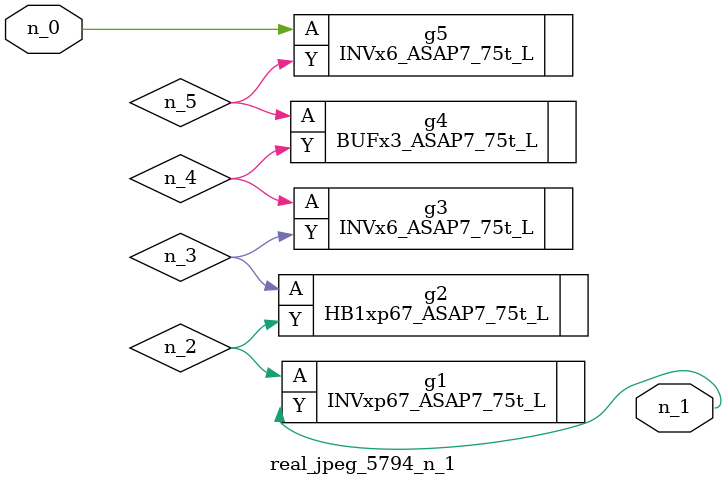
<source format=v>
module real_jpeg_5794_n_1 (n_0, n_1);

input n_0;

output n_1;

wire n_5;
wire n_4;
wire n_2;
wire n_3;

INVx6_ASAP7_75t_L g5 ( 
.A(n_0),
.Y(n_5)
);

INVxp67_ASAP7_75t_L g1 ( 
.A(n_2),
.Y(n_1)
);

HB1xp67_ASAP7_75t_L g2 ( 
.A(n_3),
.Y(n_2)
);

INVx6_ASAP7_75t_L g3 ( 
.A(n_4),
.Y(n_3)
);

BUFx3_ASAP7_75t_L g4 ( 
.A(n_5),
.Y(n_4)
);


endmodule
</source>
